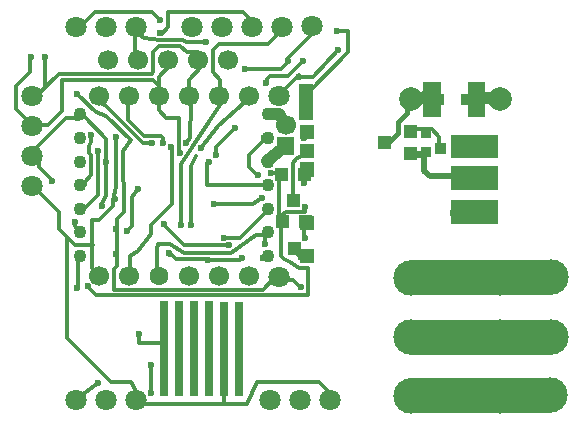
<source format=gbr>
%FSLAX32Y32*%
%MOMM*%
%LNKUPFERSEITE2*%
G71*
G01*
%ADD10C, 1.80*%
%ADD11C, 1.10*%
%ADD12C, 0.60*%
%ADD13C, 1.70*%
%ADD14C, 1.60*%
%ADD15C, 0.30*%
%ADD16C, 1.80*%
%ADD17C, 1.00*%
%ADD18C, 1.70*%
%ADD19C, 2.00*%
%ADD20C, 3.00*%
%ADD21C, 0.40*%
%ADD22C, 0.60*%
%ADD23C, 0.50*%
%ADD24C, 3.00*%
%ADD25C, 3.00*%
%LPD*%
X3477Y3987D02*
G54D10*
D03*
X3223Y3987D02*
G54D10*
D03*
X2969Y3987D02*
G54D10*
D03*
X2715Y3987D02*
G54D10*
D03*
X3356Y2046D02*
G54D11*
D03*
X1766Y2046D02*
G54D11*
D03*
X3356Y2246D02*
G54D11*
D03*
X1766Y2246D02*
G54D11*
D03*
X3356Y2446D02*
G54D11*
D03*
X1766Y2446D02*
G54D11*
D03*
X3356Y2646D02*
G54D11*
D03*
X1766Y2646D02*
G54D11*
D03*
X3356Y2846D02*
G54D11*
D03*
X1766Y2846D02*
G54D11*
D03*
X3356Y3046D02*
G54D11*
D03*
X1766Y3046D02*
G54D11*
D03*
X3356Y3246D02*
G54D11*
D03*
X1766Y3246D02*
G54D11*
D03*
X2538Y2968D02*
G54D12*
D03*
X3197Y1880D02*
G54D13*
D03*
X2943Y1880D02*
G54D13*
D03*
X2689Y1880D02*
G54D13*
D03*
X2435Y1880D02*
G54D14*
D03*
X2181Y1880D02*
G54D13*
D03*
X1927Y1880D02*
G54D13*
D03*
G54D15*
X2983Y2198D02*
X3118Y2198D01*
X3356Y2436D01*
X2983Y2198D02*
G54D12*
D03*
G54D15*
X3324Y2222D02*
X3261Y2222D01*
X3046Y2071D01*
X2981Y2073D01*
X2646Y2075D01*
X2533Y2144D01*
X2424Y2147D01*
X2419Y2103D01*
X2419Y1928D01*
X2626Y2309D02*
G54D12*
D03*
G54D15*
X2626Y2309D02*
X2626Y2825D01*
X2951Y3325D01*
X2705Y2309D02*
G54D12*
D03*
G54D15*
X2705Y2309D02*
X2705Y2809D01*
G54D15*
X1919Y3349D02*
X1983Y3317D01*
X2094Y3206D01*
X2300Y3000D01*
X2380Y3000D01*
X2380Y3000D02*
G54D12*
D03*
X2467Y3000D02*
G54D12*
D03*
G54D15*
X2467Y3000D02*
X2467Y3047D01*
X2451Y3063D01*
X2308Y3063D01*
X2173Y3198D01*
X2173Y3333D01*
G54D15*
X2435Y3333D02*
X2435Y3278D01*
X2499Y3214D01*
X2602Y3214D01*
X2602Y3043D01*
X2602Y2920D01*
G54D15*
X2666Y3000D02*
X2701Y3047D01*
X2705Y3333D01*
X2062Y2531D02*
G54D12*
D03*
G54D15*
X1991Y2857D02*
X1991Y3039D01*
X1808Y3222D01*
X3197Y3404D02*
G54D13*
D03*
X2943Y3404D02*
G54D13*
D03*
X2689Y3404D02*
G54D13*
D03*
X2435Y3404D02*
G54D13*
D03*
X2181Y3404D02*
G54D13*
D03*
X1927Y3404D02*
G54D13*
D03*
X2165Y2254D02*
G54D12*
D03*
G54D15*
X2165Y2254D02*
X2205Y2297D01*
X2205Y2547D01*
X2261Y2611D01*
X2261Y2611D02*
G54D12*
D03*
X3452Y1872D02*
G54D16*
D03*
X1991Y2841D02*
G54D12*
D03*
X2070Y3055D02*
G54D12*
D03*
G54D15*
X2070Y3055D02*
X2070Y2627D01*
X2046Y2524D01*
X1919Y2936D02*
G54D12*
D03*
G54D15*
X1919Y2936D02*
X1919Y2563D01*
X1808Y2452D01*
G54D15*
X3356Y2650D02*
X2840Y2650D01*
X2840Y2833D01*
X2856Y2841D02*
G54D12*
D03*
X3452Y3404D02*
G54D16*
D03*
X3507Y3158D02*
G54D13*
D03*
X2070Y2063D02*
G54D12*
D03*
G54D15*
X2078Y2246D02*
X2078Y1960D01*
X2054Y1936D01*
X2054Y1762D01*
X3316Y1762D01*
X3420Y1865D01*
G54D15*
X1808Y2650D02*
X1808Y2674D01*
X1864Y2730D01*
X1864Y2897D01*
X1840Y2920D01*
X1840Y2976D01*
X1860Y3008D01*
X1864Y3071D01*
X1864Y3071D02*
G54D12*
D03*
X3031Y2135D02*
G54D12*
D03*
G54D15*
X3031Y2135D02*
X2650Y2135D01*
X2467Y2317D01*
G54D15*
X2189Y1952D02*
X2189Y2031D01*
X2189Y2047D01*
X2257Y2091D01*
X2372Y2230D01*
X2372Y2309D01*
X2546Y2484D01*
X2546Y2976D01*
X2475Y2317D02*
G54D12*
D03*
X3277Y2730D02*
G54D12*
D03*
G54D15*
X3285Y2738D02*
X3261Y2738D01*
X3197Y2801D01*
X3197Y2897D01*
X3324Y3024D01*
X2523Y2071D02*
G54D12*
D03*
X2848Y2008D02*
G54D12*
D03*
X3142Y2031D02*
G54D12*
D03*
G54D15*
X2523Y2055D02*
X2546Y2055D01*
X2578Y2023D01*
X2832Y2023D01*
X2848Y2008D01*
X3118Y2008D01*
X3142Y2031D01*
G54D17*
X3356Y3246D02*
X3451Y3246D01*
X3507Y3158D01*
X3078Y3127D02*
G54D12*
D03*
X2920Y2904D02*
G54D12*
D03*
G54D15*
X2920Y2904D02*
X2920Y2968D01*
X3078Y3127D01*
G36*
X3432Y3051D02*
X3582Y3051D01*
X3582Y2901D01*
X3432Y2901D01*
X3432Y3051D01*
G37*
G54D17*
X3348Y2849D02*
X3483Y2960D01*
X3523Y2960D01*
X1769Y3063D02*
G54D12*
D03*
X1776Y2841D02*
G54D12*
D03*
X1721Y2333D02*
G54D12*
D03*
X1745Y1777D02*
G54D12*
D03*
X3324Y3047D02*
G54D12*
D03*
X3348Y2841D02*
G54D12*
D03*
X3332Y2150D02*
G54D12*
D03*
X3316Y2031D02*
G54D12*
D03*
X1951Y2468D02*
G54D12*
D03*
G54D15*
X1991Y2857D02*
X1991Y2555D01*
X1943Y2476D01*
G54D15*
X1753Y1769D02*
X1753Y2031D01*
G54D15*
X1721Y2333D02*
X1721Y2301D01*
X1745Y2277D01*
G54D15*
X2046Y2516D02*
X2046Y2468D01*
X1927Y2349D01*
X1872Y2349D01*
X1872Y1944D01*
X1896Y1920D01*
X2070Y2277D02*
G54D12*
D03*
G54D15*
X2078Y2246D02*
X2078Y2357D01*
X2142Y2420D01*
X2134Y2936D01*
X2197Y3024D01*
X1991Y3230D01*
X1904Y3262D01*
X1745Y3420D01*
X1745Y3420D02*
G54D12*
D03*
X1753Y3214D02*
G54D12*
D03*
G36*
X3722Y2685D02*
X3612Y2685D01*
X3612Y2795D01*
X3722Y2795D01*
X3722Y2685D01*
G37*
G36*
X3532Y2685D02*
X3422Y2685D01*
X3422Y2795D01*
X3532Y2795D01*
X3532Y2685D01*
G37*
G36*
X3627Y2463D02*
X3517Y2463D01*
X3517Y2573D01*
X3627Y2573D01*
X3627Y2463D01*
G37*
X1832Y1793D02*
G54D12*
D03*
G54D15*
X1832Y1785D02*
X1904Y1714D01*
X3475Y1714D01*
X3697Y1714D01*
X3697Y1936D01*
G36*
X3730Y2280D02*
X3620Y2280D01*
X3620Y2390D01*
X3730Y2390D01*
X3730Y2280D01*
G37*
G36*
X3540Y2280D02*
X3430Y2280D01*
X3430Y2390D01*
X3540Y2390D01*
X3540Y2280D01*
G37*
G36*
X3635Y2058D02*
X3525Y2058D01*
X3525Y2168D01*
X3635Y2168D01*
X3635Y2058D01*
G37*
G54D15*
X3451Y2714D02*
X3451Y2357D01*
X3674Y2198D02*
G54D12*
D03*
X3666Y2666D02*
G54D12*
D03*
X3674Y2460D02*
G54D12*
D03*
G54D15*
X3666Y2333D02*
X3666Y2206D01*
G54D15*
X3674Y2468D02*
X3674Y2420D01*
X3507Y2420D01*
X3475Y2389D01*
G54D15*
X3658Y2928D02*
X3634Y2889D01*
X3597Y2866D01*
X3568Y2835D01*
X3570Y2793D01*
X3570Y2539D01*
X3666Y2936D02*
G54D12*
D03*
X3642Y2039D02*
G54D12*
D03*
G54D15*
X3610Y2079D02*
X3610Y2055D01*
X3634Y2031D01*
X3634Y1785D02*
G54D12*
D03*
G54D15*
X3507Y1841D02*
X3570Y1841D01*
X3626Y1785D01*
G54D15*
X3467Y2309D02*
X3467Y2047D01*
X3497Y2021D01*
X3543Y1996D01*
X3620Y1946D01*
X3697Y1944D01*
G36*
X3629Y2996D02*
X3749Y2996D01*
X3749Y2876D01*
X3629Y2876D01*
X3629Y2996D01*
G37*
G36*
X3629Y2107D02*
X3749Y2107D01*
X3749Y1987D01*
X3629Y1987D01*
X3629Y2107D01*
G37*
G36*
X3629Y2385D02*
X3749Y2385D01*
X3749Y2265D01*
X3629Y2265D01*
X3629Y2385D01*
G37*
G36*
X3629Y2838D02*
X3749Y2838D01*
X3749Y2718D01*
X3629Y2718D01*
X3629Y2838D01*
G37*
G54D15*
X3332Y2150D02*
X3332Y2222D01*
X3340Y2230D01*
X3380Y2746D02*
G54D12*
D03*
G54D15*
X3380Y2746D02*
X3467Y2746D01*
X3308Y2539D02*
G54D12*
D03*
X2904Y2484D02*
G54D12*
D03*
G54D15*
X2904Y2484D02*
X3229Y2484D01*
X3293Y2531D01*
G36*
X3629Y3155D02*
X3749Y3155D01*
X3749Y3035D01*
X3629Y3035D01*
X3629Y3155D01*
G37*
X3666Y3047D02*
G54D12*
D03*
G36*
X3622Y3499D02*
X3742Y3499D01*
X3742Y3199D01*
X3622Y3199D01*
X3622Y3499D01*
G37*
X3658Y3412D02*
G54D12*
D03*
X2610Y2920D02*
G54D12*
D03*
X2666Y3000D02*
G54D12*
D03*
X2792Y2960D02*
G54D12*
D03*
G54D15*
X3166Y3349D02*
X2939Y3147D01*
X2792Y2960D01*
G54D15*
X2705Y2809D02*
X2753Y2889D01*
G36*
X2442Y1661D02*
X2512Y1661D01*
X2512Y861D01*
X2442Y861D01*
X2442Y1661D01*
G37*
G36*
X2568Y1661D02*
X2638Y1661D01*
X2638Y861D01*
X2568Y861D01*
X2568Y1661D01*
G37*
G36*
X2696Y1661D02*
X2766Y1661D01*
X2766Y861D01*
X2696Y861D01*
X2696Y1661D01*
G37*
G36*
X2822Y1661D02*
X2892Y1661D01*
X2892Y861D01*
X2822Y861D01*
X2822Y1661D01*
G37*
X1358Y2638D02*
G54D10*
D03*
X1358Y2892D02*
G54D10*
D03*
X1358Y3146D02*
G54D10*
D03*
X1358Y3400D02*
G54D10*
D03*
X3024Y3706D02*
G54D18*
D03*
X2770Y3706D02*
G54D18*
D03*
X2516Y3706D02*
G54D18*
D03*
X2262Y3706D02*
G54D18*
D03*
X2008Y3706D02*
G54D18*
D03*
G54D15*
X2691Y3428D02*
X2691Y3540D01*
X2794Y3643D01*
G54D15*
X2437Y3420D02*
X2437Y3563D01*
X2516Y3643D01*
G54D15*
X1405Y3158D02*
X1500Y3158D01*
X1611Y3270D01*
X1611Y3540D01*
X2381Y3540D01*
X2437Y3484D01*
G54D15*
X2770Y3770D02*
X2675Y3770D01*
X2611Y3825D01*
X2437Y3825D01*
X2389Y3770D01*
X2389Y3603D01*
X2373Y3587D01*
X1588Y3587D01*
X1389Y3389D01*
G54D15*
X1754Y3214D02*
X1651Y3214D01*
X1381Y2944D01*
G54D15*
X1873Y2142D02*
X1722Y2142D01*
X1588Y2277D01*
X1588Y2420D01*
X1397Y2611D01*
G54D15*
X2953Y3412D02*
X2953Y3540D01*
X2889Y3603D01*
X2889Y3786D01*
X2945Y3841D01*
X3358Y3841D01*
X3453Y3936D01*
X3167Y3627D02*
G54D12*
D03*
G54D15*
X3167Y3627D02*
X3469Y3627D01*
X3532Y3690D01*
X3524Y3698D02*
G54D12*
D03*
X2241Y3984D02*
G54D10*
D03*
X1987Y3984D02*
G54D10*
D03*
X1733Y3984D02*
G54D10*
D03*
X3884Y824D02*
G54D10*
D03*
X3630Y824D02*
G54D10*
D03*
X3376Y824D02*
G54D10*
D03*
X2241Y824D02*
G54D10*
D03*
X1987Y824D02*
G54D10*
D03*
X1733Y824D02*
G54D10*
D03*
X3731Y3992D02*
G54D10*
D03*
G54D15*
X2230Y3928D02*
X2230Y3778D01*
X2262Y3746D01*
X2834Y3857D02*
G54D12*
D03*
G54D15*
X2834Y3857D02*
X2667Y3857D01*
X2635Y3873D01*
X2441Y3873D01*
X2310Y3889D01*
X2262Y3936D01*
G54D15*
X3524Y3698D02*
X3524Y3722D01*
X3731Y3928D01*
G54D15*
X2246Y817D02*
X2254Y793D01*
X2438Y797D01*
X3185Y793D01*
X3266Y976D01*
X3794Y976D01*
X3874Y896D01*
G54D15*
X1722Y841D02*
X1754Y841D01*
X1921Y968D01*
X1921Y968D02*
G54D12*
D03*
G54D15*
X1659Y2206D02*
X1659Y1349D01*
X2032Y976D01*
X2199Y976D01*
X2254Y865D01*
G54D15*
X1421Y2889D02*
X1421Y2801D01*
X1540Y2682D01*
X1532Y2682D02*
G54D12*
D03*
X3342Y3508D02*
G54D12*
D03*
X3651Y3698D02*
G54D12*
D03*
G54D15*
X3350Y3508D02*
X3350Y3547D01*
X3373Y3571D01*
X3524Y3571D01*
X3651Y3698D01*
G54D15*
X3620Y3579D02*
X3477Y3436D01*
X3620Y3563D02*
G54D12*
D03*
G54D15*
X3620Y3563D02*
X3739Y3563D01*
X3953Y3794D01*
X3953Y3786D02*
G54D12*
D03*
X1349Y3730D02*
G54D12*
D03*
X1468Y3730D02*
G54D12*
D03*
G54D15*
X1468Y3730D02*
X1468Y3468D01*
X1421Y3420D01*
G54D15*
X1341Y3730D02*
X1341Y3603D01*
X1222Y3484D01*
X1222Y3293D01*
X1373Y3143D01*
G36*
X2696Y1660D02*
X2766Y1660D01*
X2766Y860D01*
X2696Y860D01*
X2696Y1660D01*
G37*
G36*
X2822Y1660D02*
X2892Y1660D01*
X2892Y860D01*
X2822Y860D01*
X2822Y1660D01*
G37*
G36*
X2950Y1660D02*
X3020Y1660D01*
X3020Y860D01*
X2950Y860D01*
X2950Y1660D01*
G37*
G36*
X3076Y1660D02*
X3146Y1660D01*
X3146Y860D01*
X3076Y860D01*
X3076Y1660D01*
G37*
X3945Y3952D02*
G54D12*
D03*
G54D15*
X3945Y3952D02*
X4032Y3952D01*
X4040Y3944D01*
X4040Y3770D01*
X3715Y3444D01*
G54D15*
X2984Y896D02*
X2984Y793D01*
X3112Y952D02*
G54D12*
D03*
X2858Y1142D02*
G54D12*
D03*
X2730Y1214D02*
G54D12*
D03*
X2365Y888D02*
G54D12*
D03*
X2365Y1126D02*
G54D12*
D03*
G54D15*
X2365Y1126D02*
X2365Y888D01*
X2858Y1388D02*
G54D12*
D03*
X2730Y1388D02*
G54D12*
D03*
X2270Y1388D02*
G54D12*
D03*
X2604Y1309D02*
G54D12*
D03*
G54D15*
X2270Y1388D02*
X2270Y1309D01*
X2469Y1309D01*
G54D15*
X1754Y4024D02*
X1810Y4024D01*
X1897Y4111D01*
X2445Y3936D02*
G54D12*
D03*
X2445Y4040D02*
G54D12*
D03*
G54D15*
X3254Y4000D02*
X3143Y4111D01*
X2516Y4111D01*
G54D15*
X2516Y4111D02*
X2516Y3984D01*
X2461Y3928D01*
G54D15*
X1897Y4111D02*
X2373Y4111D01*
X2445Y4040D01*
X5326Y3376D02*
G54D19*
D03*
X4573Y3376D02*
G54D19*
D03*
X4570Y1863D02*
G54D20*
D03*
X5323Y1863D02*
G54D20*
D03*
X4570Y1361D02*
G54D20*
D03*
X5323Y1361D02*
G54D20*
D03*
X4570Y859D02*
G54D20*
D03*
X5323Y859D02*
G54D20*
D03*
G36*
X5200Y3223D02*
X5050Y3223D01*
X5050Y3523D01*
X5200Y3523D01*
X5200Y3223D01*
G37*
G36*
X4820Y3223D02*
X4670Y3223D01*
X4670Y3523D01*
X4820Y3523D01*
X4820Y3223D01*
G37*
G36*
X4514Y2856D02*
X4514Y2966D01*
X4624Y2966D01*
X4624Y2856D01*
X4514Y2856D01*
G37*
G36*
X4514Y3046D02*
X4514Y3156D01*
X4624Y3156D01*
X4624Y3046D01*
X4514Y3046D01*
G37*
G36*
X4292Y2951D02*
X4292Y3061D01*
X4402Y3061D01*
X4402Y2951D01*
X4292Y2951D01*
G37*
G54D17*
X4570Y3387D02*
X4681Y3387D01*
X4697Y3403D01*
G54D17*
X5284Y3387D02*
X5109Y3387D01*
G54D21*
X4538Y3324D02*
X4538Y3260D01*
X4459Y3181D01*
X4459Y3086D01*
X4395Y3022D01*
G54D22*
X4681Y2911D02*
X4633Y2911D01*
X4570Y2911D01*
G36*
X4652Y2882D02*
X4652Y2972D01*
X4742Y2972D01*
X4742Y2882D01*
X4652Y2882D01*
G37*
G36*
X4651Y3049D02*
X4651Y3139D01*
X4741Y3139D01*
X4741Y3049D01*
X4651Y3049D01*
G37*
G36*
X5094Y3326D02*
X4989Y3326D01*
X4989Y3416D01*
X5094Y3416D01*
X5094Y3326D01*
G37*
G36*
X4847Y3326D02*
X4742Y3326D01*
X4742Y3416D01*
X4847Y3416D01*
X4847Y3326D01*
G37*
G36*
X5030Y2909D02*
X4940Y2909D01*
X4940Y2999D01*
X5030Y2999D01*
X5030Y2909D01*
G37*
G36*
X4863Y2910D02*
X4773Y2910D01*
X4773Y3000D01*
X4863Y3000D01*
X4863Y2910D01*
G37*
G36*
X5309Y3074D02*
X5309Y2874D01*
X4909Y2874D01*
X4909Y3074D01*
X5309Y3074D01*
G37*
G36*
X5309Y2805D02*
X5309Y2605D01*
X4909Y2605D01*
X4909Y2805D01*
X5309Y2805D01*
G37*
G36*
X5309Y2519D02*
X5309Y2319D01*
X4909Y2319D01*
X4909Y2519D01*
X5309Y2519D01*
G37*
G54D15*
X4586Y3117D02*
X4744Y3117D01*
X4808Y3054D01*
X4808Y2990D01*
X4792Y2974D01*
G54D23*
X4681Y2927D02*
X4681Y2768D01*
X4728Y2720D01*
X4982Y2720D01*
X4927Y2411D02*
G54D12*
D03*
G54D24*
X5727Y871D02*
X4569Y871D01*
X5743Y871D02*
G54D25*
D03*
G54D24*
X5737Y1363D02*
X4578Y1363D01*
X5753Y1363D02*
G54D25*
D03*
G54D24*
X5735Y1871D02*
X4577Y1871D01*
X5751Y1871D02*
G54D25*
D03*
M02*

</source>
